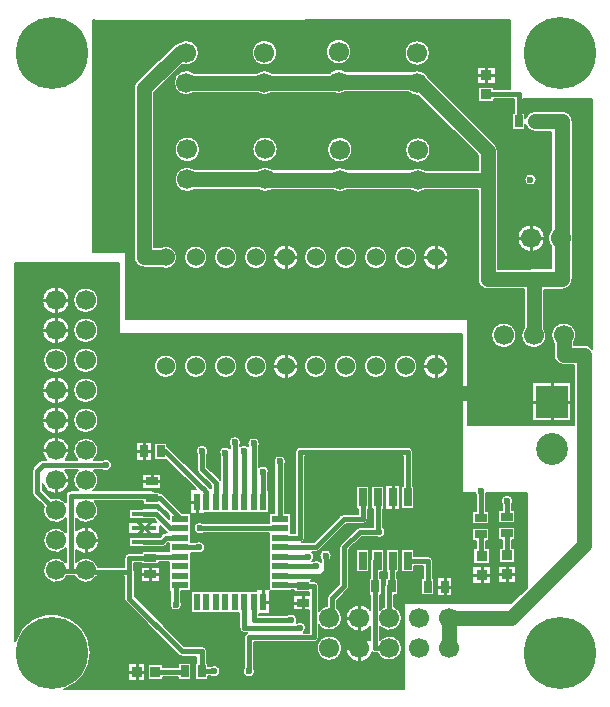
<source format=gtl>
G04 EasyPC Gerber Version 21.0.3 Build 4286 *
G04 #@! TF.Part,Single*
G04 #@! TF.FileFunction,Copper,L1,Top *
G04 #@! TF.FilePolarity,Positive *
%FSLAX45Y45*%
%MOIN*%
G04 #@! TA.AperFunction,SMDPad*
%ADD119R,0.02362X0.05807*%
%ADD73R,0.02559X0.03937*%
%ADD76R,0.02559X0.05906*%
%ADD78R,0.03346X0.03740*%
G04 #@! TA.AperFunction,ComponentPad*
%ADD80R,0.10630X0.10630*%
G04 #@! TD.AperFunction*
%ADD22C,0.00500*%
%ADD25C,0.01000*%
%ADD120C,0.01500*%
G04 #@! TA.AperFunction,ViaPad*
%ADD84C,0.02362*%
G04 #@! TD.AperFunction*
%ADD88C,0.05000*%
G04 #@! TA.AperFunction,ViaPad*
%ADD87C,0.05600*%
G04 #@! TA.AperFunction,ComponentPad*
%ADD79C,0.06000*%
%ADD77C,0.06693*%
%ADD81C,0.10630*%
G04 #@! TA.AperFunction,WasherPad*
%ADD27C,0.24016*%
G04 #@! TA.AperFunction,SMDPad*
%ADD75R,0.08268X0.01575*%
%ADD118R,0.05807X0.02362*%
%ADD74R,0.03937X0.02559*%
%ADD139R,0.03740X0.03346*%
X0Y0D02*
D02*
D22*
X26915Y100587D02*
X22819D01*
G75*
G02X19591Y92719I-3229J-3272*
G01*
G75*
G02X15203Y95946J4596*
G01*
Y94119*
X18065Y91257*
G75*
G02X22852Y90003I1526J-3941*
G01*
Y92140*
G75*
G02X24640Y93928I1787*
G01*
X27064*
G75*
G02X26915Y100587I2527J3388*
G01*
G36*
X22819*
G75*
G02X19591Y92719I-3229J-3272*
G01*
G75*
G02X15203Y95946J4596*
G01*
Y94119*
X18065Y91257*
G75*
G02X22852Y90003I1526J-3941*
G01*
Y92140*
G75*
G02X24640Y93928I1787*
G01*
X27064*
G75*
G02X26915Y100587I2527J3388*
G01*
G37*
X48750Y90353D02*
X32530D01*
G75*
G02X29591Y83089I-2939J-3037*
G01*
G75*
G02X26427Y84513J4226*
G01*
Y80650*
G75*
G02X34187Y77315I3163J-3335*
G01*
G75*
G02X26427Y73981I-4596*
G01*
Y70118*
G75*
G02X33638Y68532I3163J-2803*
G01*
X42486*
Y71508*
G75*
G02X44116Y73138I1630*
G01*
X48268*
Y73668*
X53965*
Y73662*
X57219*
Y76386*
X57076*
X56280Y75526*
G75*
G02X54967Y74953I-1312J1214*
G01*
X49103*
G75*
G02X48459Y75073J1787*
G01*
X44089*
Y78408*
X48459*
G75*
G02X49103Y78528I644J-1667*
G01*
X54187*
X54983Y79388*
G75*
G02X56297Y79961I1312J-1214*
G01*
X56557*
G75*
G02X56446Y80063I1159J1363*
G01*
X54486Y82035*
Y79428*
X43719*
Y83502*
X53058*
X52204Y84402*
X49103*
G75*
G02X48459Y84522J1787*
G01*
X44089*
Y87857*
X48459*
G75*
G02X49103Y87977I644J-1667*
G01*
X52970*
G75*
G02X53616Y87857I2J-1787*
G01*
X54116*
Y87562*
G75*
G02X54268Y87420I-1143J-1374*
G01*
X56251Y85331*
X57219Y84357*
Y85842*
X53826Y89235*
X48750*
Y90353*
G36*
X32530*
G75*
G02X29591Y83089I-2939J-3037*
G01*
G75*
G02X26427Y84513J4226*
G01*
Y80650*
G75*
G02X34187Y77315I3163J-3335*
G01*
G75*
G02X26427Y73981I-4596*
G01*
Y70118*
G75*
G02X33638Y68532I3163J-2803*
G01*
X42486*
Y71508*
G75*
G02X44116Y73138I1630*
G01*
X48268*
Y73668*
X53965*
Y73662*
X57219*
Y76386*
X57076*
X56280Y75526*
G75*
G02X54967Y74953I-1312J1214*
G01*
X49103*
G75*
G02X48459Y75073J1787*
G01*
X44089*
Y78408*
X48459*
G75*
G02X49103Y78528I644J-1667*
G01*
X54187*
X54983Y79388*
G75*
G02X56297Y79961I1312J-1214*
G01*
X56557*
G75*
G02X56446Y80063I1159J1363*
G01*
X54486Y82035*
Y79428*
X43719*
Y83502*
X53058*
X52204Y84402*
X49103*
G75*
G02X48459Y84522J1787*
G01*
X44089*
Y87857*
X48459*
G75*
G02X49103Y87977I644J-1667*
G01*
X52970*
G75*
G02X53616Y87857I2J-1787*
G01*
X54116*
Y87562*
G75*
G02X54268Y87420I-1143J-1374*
G01*
X56251Y85331*
X57219Y84357*
Y85842*
X53826Y89235*
X48750*
Y90353*
G37*
X64785Y73188D02*
Y60548D01*
X86281*
Y60918*
X90589*
Y79693*
X68841*
G75*
G02X65518Y81323I-1261J1630*
G01*
G75*
G02X68841Y82953I2061*
G01*
X90589*
Y86351*
X69096*
Y85981*
X64785*
Y76763*
X66298*
G75*
G02X69385Y74975I1026J-1787*
G01*
G75*
G02X66298Y73188I-2061*
G01*
X64785*
G36*
Y60548*
X86281*
Y60918*
X90589*
Y79693*
X68841*
G75*
G02X65518Y81323I-1261J1630*
G01*
G75*
G02X68841Y82953I2061*
G01*
X90589*
Y86351*
X69096*
Y85981*
X64785*
Y76763*
X66298*
G75*
G02X69385Y74975I1026J-1787*
G01*
G75*
G02X66298Y73188I-2061*
G01*
X64785*
G37*
X87192Y52611D02*
Y52469D01*
X96764*
G75*
G02X99816Y49818I1261J-1630*
G01*
G75*
G02X102307Y46544I1143J-1715*
G01*
X104004*
Y54014*
X98626*
Y59073*
X104004*
Y59935*
X98996*
Y60796*
X98156*
Y60365*
X91144*
Y52611*
X87192*
G36*
Y52469*
X96764*
G75*
G02X99816Y49818I1261J-1630*
G01*
G75*
G02X102307Y46544I1143J-1715*
G01*
X104004*
Y54014*
X98626*
Y59073*
X104004*
Y59935*
X98996*
Y60796*
X98156*
Y60365*
X91144*
Y52611*
X87192*
G37*
X176638Y93113D02*
X163206D01*
G75*
G02X162904Y92570I-1932J719*
G01*
Y86994*
X164122*
Y82676*
X158425*
Y86994*
X159644*
Y92570*
G75*
G02X159342Y93113I1630J1262*
G01*
X154915*
Y146154*
X40555*
Y169599*
X6104*
Y43850*
G75*
G02X31248Y39865I12256J-3986*
G01*
G75*
G02X22346Y27609I-12888J0*
G01*
X135683*
Y27680*
X135614*
Y56380*
X171494*
X176638Y61524*
Y93113*
X166884Y68870D02*
X173124D01*
Y63024*
X166884*
Y68870*
X167126Y81788D02*
X172823D01*
Y77469*
X171762*
Y74800*
X172754*
Y69693*
X167254*
Y74800*
X168187*
Y77469*
X167126*
Y81788*
X171604Y87339D02*
X172823D01*
Y83020*
X167126*
Y87339*
X168344*
Y89204*
G75*
G02X167913Y90465I1630J1261*
G01*
G75*
G02X172035I2061*
G01*
G75*
G02X171604Y89204I-2061*
G01*
Y87339*
X158409Y68733D02*
X164650D01*
Y62886*
X158409*
Y68733*
X162904Y74662D02*
X164280D01*
Y69556*
X158780*
Y74662*
X159644*
Y77124*
X158425*
Y81443*
X164122*
Y77124*
X162904*
Y74662*
X46500Y110180D02*
X51559D01*
Y103743*
X46500*
Y110180*
X48380Y99475D02*
X54817D01*
Y94416*
X48380*
Y99475*
X52325Y135317D02*
G75*
G02X60085I3880D01*
G01*
G75*
G02X52325I-3880*
G01*
X138553Y95528D02*
X139083D01*
Y87863*
X134764*
Y95528*
X135293*
Y105252*
X102687*
Y78174*
G75*
G02X101646Y76654I-1630*
G01*
X105517*
X114417Y85553*
G75*
G02X115570Y86032I1154J-1151*
G01*
X120293*
Y87863*
X119764*
Y95528*
X124083*
Y87863*
X123553*
Y84402*
G75*
G02X121923Y82772I-1630*
G01*
X116246*
X107346Y73873*
G75*
G02X106193Y73394I-1154J1151*
G01*
X105159*
G75*
G02Y70355I-1392J-1520*
G01*
X105189*
G75*
G02X107878Y70212I1261J-1630*
G01*
Y70968*
G75*
G02X107446Y72230I1630J1261*
G01*
G75*
G02X111569I2061*
G01*
G75*
G02X111137Y70968I-2061*
G01*
Y67079*
G75*
G02X110659Y65925I-1630*
G01*
X109157Y64424*
G75*
G02X108004Y63945I-1154J1151*
G01*
X104693*
Y63727*
X105634*
G75*
G02X107264Y62097J-1630*
G01*
Y53681*
G75*
G02X109929Y55491I3527J-2328*
G01*
Y57916*
G75*
G02X110408Y59070I1630*
G01*
X114152Y62813*
Y74924*
G75*
G02X114630Y76078I1630*
G01*
X119864Y81311*
G75*
G02X121018Y81790I1154J-1151*
G01*
X125293*
Y87863*
X124764*
Y95528*
X129083*
Y87863*
X128553*
Y81910*
G75*
G02X129526Y80160I-1089J-1750*
G01*
G75*
G02X126203Y78530I-2061*
G01*
X121693*
X117411Y74248*
Y62138*
G75*
G02X116933Y60984I-1630*
G01*
X113189Y57241*
Y54833*
G75*
G02X115017Y51353I-2398J-3480*
G01*
G75*
G02X107264Y49025I-4226*
G01*
Y44914*
G75*
G02X105634Y43284I-1630*
G01*
X85551*
Y34846*
G75*
G02X85982Y33585I-1630J-1261*
G01*
G75*
G02X81860I-2061*
G01*
G75*
G02X82291Y34846I2061*
G01*
Y44914*
G75*
G02X83446Y46473I1630*
G01*
X82413*
G75*
G02X80783Y48103J1630*
G01*
Y52981*
X64604*
Y60365*
X61358*
Y56904*
G75*
G02X61632Y55878I-1787J-1026*
G01*
G75*
G02X57510I-2061*
G01*
G75*
G02X57783Y56904I2061*
G01*
Y60365*
X57219*
Y70087*
X53965*
Y69349*
X48268*
Y69878*
X45746*
Y67635*
G75*
G02X45904Y66902I-1630J-733*
G01*
Y58628*
X62503Y42075*
X68193*
G75*
G02X69980Y40288J-1787*
G01*
Y36487*
X70352*
Y35267*
X71134*
G75*
G02X74457Y33637I1261J-1630*
G01*
G75*
G02X71134Y32007I-2061*
G01*
X70352*
Y30790*
X66033*
Y36487*
X66406*
Y38500*
X61764*
G75*
G02X60500Y39024I0J1787*
G01*
X42855Y56619*
G75*
G02X42329Y57886I1261J1267*
G01*
Y65272*
X33290*
G75*
G02X25784Y65479I-3700J2043*
G01*
X25373*
G75*
G02X23906I-733J1630*
G01*
X23397*
G75*
G02X15364Y67315I-3806J1837*
G01*
G75*
G02X22852Y70003I4226*
G01*
Y74628*
G75*
G02X15364Y77315I-3262J2687*
G01*
G75*
G02X22852Y80003I4226*
G01*
Y84628*
G75*
G02X15589Y88676I-3262J2687*
G01*
X12152Y92115*
G75*
G02X11628Y93378I1264J1264*
G01*
Y100393*
G75*
G02Y100395I654J1*
G01*
G75*
G02Y100396I663J0*
G01*
G75*
G02X12151Y101659I1787*
G01*
X14129Y103638*
G75*
G02X15396Y104162I1264J-1264*
G01*
X16246*
G75*
G02X19591Y111912I3344J3154*
G01*
G75*
G02X22935Y104162J-4596*
G01*
X26777*
G75*
G02X29591Y111542I2814J3154*
G01*
G75*
G02X32404Y104162J-4226*
G01*
X35238*
G75*
G02X38325Y102374I1026J-1787*
G01*
G75*
G02X35238Y100587I-2061*
G01*
X32266*
G75*
G02X32117Y93928I-2676J-3272*
G01*
X51599*
G75*
G02X52693Y93554J-1787*
G01*
X54447*
Y93163*
G75*
G02X55461Y92655I-252J-1770*
G01*
X61582Y86534*
X64234*
Y94288*
X66307*
X56482Y104113*
X52421*
Y109809*
X56740*
Y108652*
G75*
G02X57428Y108223I-578J-1691*
G01*
X69691Y95959*
X71017Y94750*
G75*
G02X71175Y94586I-1206J-1320*
G01*
Y95826*
X67086Y99870*
G75*
G02X66553Y101143I1255J1273*
G01*
Y106073*
G75*
G02X66280Y107099I1787J1026*
G01*
G75*
G02X70402I2061*
G01*
G75*
G02X70128Y106073I-2061*
G01*
Y101889*
X73748Y98309*
G75*
G02X73758Y98299I-1301J-1261*
G01*
X74226Y97830*
G75*
G02X74483Y97505I-1264J-1265*
G01*
Y105306*
G75*
G02X77633Y107959I1630J1261*
G01*
Y108692*
G75*
G02X77202Y109953I1630J1261*
G01*
G75*
G02X81324I2061*
G01*
G75*
G02X80893Y108692I-2061*
G01*
Y108639*
G75*
G02X83737Y108621I1413J-1500*
G01*
G75*
G02X83501Y109579I1825J958*
G01*
G75*
G02X87623I2061*
G01*
G75*
G02X87192Y108318I-2061*
G01*
Y101793*
G75*
G02X90176Y98977I1354J-1554*
G01*
Y93918*
X90774*
Y86534*
X92500*
Y102569*
G75*
G02X92226Y103595I1787J1026*
G01*
G75*
G02X96348I2061*
G01*
G75*
G02X96074Y102569I-2061*
G01*
Y86534*
X98156*
Y79804*
X99427*
Y106882*
G75*
G02X101057Y108512I1630*
G01*
X136923*
G75*
G02X138553Y106882J-1630*
G01*
Y95528*
X129394Y95898D02*
X134453D01*
Y87493*
X129394*
Y95898*
X132421Y55253D02*
G75*
G02X135017Y51353I-1630J-3900D01*
G01*
G75*
G02X127677Y48495I-4226*
G01*
Y44211*
G75*
G02X135017Y41353I3114J-2858*
G01*
G75*
G02X126891Y39723I-4226*
G01*
X126047*
G75*
G02X125176Y39976J1630*
G01*
G75*
G02X116194Y41353I-4385J1378*
G01*
G75*
G02X124417Y44178I4596*
G01*
Y48529*
G75*
G02X116194Y51353I-3626J2824*
G01*
G75*
G02X124417Y54178I4596*
G01*
Y59132*
X123888*
Y64829*
X124417*
Y70435*
G75*
G02X124764Y71440I1630*
G01*
Y74268*
X129083*
Y66603*
X127677*
Y64829*
X128207*
Y59132*
X127677*
Y54211*
G75*
G02X129161Y55253I3114J-2858*
G01*
Y61981*
G75*
G02X129439Y62891I1630*
G01*
Y64829*
X129969*
Y66603*
X129764*
Y74268*
X134083*
Y66603*
X133228*
Y64829*
X133758*
Y59132*
X132421*
Y55253*
X145276Y64750D02*
X145805D01*
Y59054*
X141486*
Y64750*
X142016*
Y68806*
X139083*
Y66603*
X134764*
Y74268*
X139083*
Y72065*
X143646*
G75*
G02X145276Y70435J-1630*
G01*
Y64750*
X119764Y74268D02*
X124083D01*
Y66603*
X119764*
Y74268*
X106565Y41353D02*
G75*
G02X115017I4226D01*
G01*
G75*
G02X106565I-4226*
G01*
X47898Y68487D02*
X54335D01*
Y63428*
X47898*
Y68487*
X43587Y36536D02*
X49433D01*
Y30296*
X43587*
Y36536*
X60482Y36487D02*
X64801D01*
Y30790*
X60482*
Y31786*
X55362*
Y30666*
X50256*
Y36166*
X55362*
Y35046*
X60482*
Y36487*
X62325Y135317D02*
G75*
G02X70085I3880D01*
G01*
G75*
G02X62325I-3880*
G01*
X72325D02*
G75*
G02X80085I3880D01*
G01*
G75*
G02X72325I-3880*
G01*
X82325D02*
G75*
G02X90085I3880D01*
G01*
G75*
G02X82325I-3880*
G01*
X91955D02*
G75*
G02X100455I4250D01*
G01*
G75*
G02X91955I-4250*
G01*
X102325D02*
G75*
G02X110085I3880D01*
G01*
G75*
G02X102325I-3880*
G01*
X112325D02*
G75*
G02X120085I3880D01*
G01*
G75*
G02X112325I-3880*
G01*
X122325D02*
G75*
G02X130085I3880D01*
G01*
G75*
G02X122325I-3880*
G01*
X132325D02*
G75*
G02X140085I3880D01*
G01*
G75*
G02X132325I-3880*
G01*
X141955D02*
G75*
G02X150455I4250D01*
G01*
G75*
G02X141955I-4250*
G01*
X146667Y65120D02*
X151726D01*
Y58683*
X146667*
Y65120*
X14994Y117315D02*
G75*
G02X24187I4596D01*
G01*
G75*
G02X14994I-4596*
G01*
Y127315D02*
G75*
G02X24187I4596D01*
G01*
G75*
G02X14994I-4596*
G01*
Y147315D02*
G75*
G02X24187I4596D01*
G01*
G75*
G02X14994I-4596*
G01*
X15364Y137315D02*
G75*
G02X23817I4226D01*
G01*
G75*
G02X15364I-4226*
G01*
X14994Y157315D02*
G75*
G02X24187I4596D01*
G01*
G75*
G02X14994I-4596*
G01*
X25364Y117315D02*
G75*
G02X33817I4226D01*
G01*
G75*
G02X25364I-4226*
G01*
Y127315D02*
G75*
G02X33817I4226D01*
G01*
G75*
G02X25364I-4226*
G01*
Y137315D02*
G75*
G02X33817I4226D01*
G01*
G75*
G02X25364I-4226*
G01*
Y147315D02*
G75*
G02X33817I4226D01*
G01*
G75*
G02X25364I-4226*
G01*
Y157315D02*
G75*
G02X33817I4226D01*
G01*
G75*
G02X25364I-4226*
G01*
X135614Y33416D02*
G36*
X85975D01*
G75*
G02X81867I-2054J169*
G01*
X74445*
G75*
G02X71134Y32007I-2049J221*
G01*
X70352*
Y30790*
X66033*
Y33416*
X64801*
Y30790*
X60482*
Y31786*
X55362*
Y30666*
X50256*
Y33416*
X49433*
Y30296*
X43587*
Y33416*
X29519*
G75*
G02X23046Y27859I-11159J6449*
G01*
X135614*
Y33416*
G37*
X66033D02*
G36*
Y36487D01*
X66406*
Y38500*
X61764*
G75*
G02X60500Y39024I1J1789*
G01*
X58164Y41353*
X31162*
G75*
G02X31248Y39865I-12803J-1488*
G01*
G75*
G02X29519Y33416I-12888*
G01*
X43587*
Y36536*
X49433*
Y33416*
X50256*
Y36166*
X55362*
Y35046*
X60482*
Y36487*
X64801*
Y33416*
X66033*
G37*
X81867D02*
G36*
G75*
G02X81860Y33585I2054J171D01*
G01*
G75*
G02Y33586I2374J0*
G01*
G75*
G02X82291Y34846I2059*
G01*
Y41353*
X69628*
G75*
G02X69980Y40288I-1435J-1066*
G01*
Y36487*
X70352*
Y35267*
X71134*
G75*
G02X74457Y33637I1261J-1630*
G01*
G75*
G02X74445Y33416I-2063J-1*
G01*
X81867*
G37*
X135614Y41353D02*
G36*
X135017D01*
G75*
G02X126891Y39723I-4226J0*
G01*
X126047*
G75*
G02X125176Y39976I-1J1626*
G01*
G75*
G02X116194Y41353I-4385J1378*
G01*
X115017*
G75*
G02X106565I-4226*
G01*
X85551*
Y34846*
G75*
G02X85982Y33586I-1628J-1261*
G01*
G75*
G02Y33585I-2374J0*
G01*
G75*
G02X85975Y33416I-2061J2*
G01*
X135614*
Y41353*
G37*
X58164D02*
G36*
X42855Y56619D01*
G75*
G02X42329Y57885I1260J1266*
G01*
G75*
G02Y57886I1961J0*
G01*
Y61902*
X6354*
Y44550*
G75*
G02X31162Y41353I12006J-4685*
G01*
X58164*
G37*
X57219Y61902D02*
G36*
X45904D01*
Y58628*
X62503Y42075*
X68193*
G75*
G02X69628Y41353I0J-1788*
G01*
X82291*
Y44914*
G75*
G02X83446Y46473I1630*
G01*
X82413*
G75*
G02X80783Y48103J1630*
G01*
Y52981*
X64604*
Y60365*
X61358*
Y56904*
G75*
G02X61632Y55878I-1788J-1026*
G01*
G75*
G02X57510I-2061*
G01*
G75*
G02X57783Y56904I2062J0*
G01*
Y60365*
X57219*
Y61902*
G37*
X113240D02*
G36*
X107264D01*
Y53681*
G75*
G02X109929Y55491I3526J-2328*
G01*
Y57916*
Y57916*
G75*
G02X110408Y59070I1629*
G01*
X113240Y61902*
G37*
X129161D02*
G36*
X128207D01*
Y59132*
X127677*
Y54211*
G75*
G02X129161Y55253I3118J-2864*
G01*
Y61902*
G37*
X116194Y41353D02*
G36*
G75*
G02X124417Y44178I4596D01*
G01*
Y48529*
G75*
G02X116194Y51353I-3626J2824*
G01*
G75*
G02X124417Y54178I4596*
G01*
Y59132*
X123888*
Y61902*
X117394*
G75*
G02X116933Y60984I-1612J235*
G01*
X113189Y57241*
Y54833*
G75*
G02X115017Y51353I-2399J-3481*
G01*
G75*
G02X107264Y49025I-4226J0*
G01*
Y44914*
G75*
G02X105634Y43284I-1630*
G01*
X85551*
Y41353*
X106565*
G75*
G02X115017I4226*
G01*
X116194*
G37*
X176388Y61274D02*
G36*
Y61902D01*
X151726*
Y58683*
X146667*
Y61902*
X145805*
Y59054*
X141486*
Y61902*
X133758*
Y59132*
X132421*
Y55253*
G75*
G02X135017Y51353I-1631J-3900*
G01*
Y51353*
G75*
G02X127677Y48495I-4226*
G01*
Y44211*
G75*
G02X135017Y41354I3114J-2857*
G01*
Y41353*
X135614*
Y56380*
X171494*
X176388Y61274*
G37*
X15592Y65947D02*
G36*
X6354D01*
Y61902*
X42329*
Y65272*
X33290*
G75*
G02X25784Y65479I-3700J2043*
G01*
X25373*
G75*
G02X23906I-733J1630*
G01*
X23397*
G75*
G02X15592Y65947I-3806J1837*
G01*
G37*
X57219D02*
G36*
X54335D01*
Y63428*
X47898*
Y65947*
X45904*
Y61902*
X57219*
Y65947*
G37*
X114152D02*
G36*
X110680D01*
G75*
G02X110659Y65925I-1173J1130*
G01*
X109157Y64424*
G75*
G02X108004Y63945I-1154J1150*
G01*
X104693*
Y63727*
X105634*
G75*
G02X107264Y62097J-1630*
G01*
Y61902*
X113240*
X114152Y62813*
Y65947*
G37*
X123888Y61902D02*
G36*
Y64829D01*
X124417*
Y65947*
X117411*
Y62138*
Y62138*
G75*
G02X117394Y61902I-1630J1*
G01*
X123888*
G37*
X129161D02*
G36*
Y61981D01*
G75*
G02Y61982I1471J1*
G01*
G75*
G02X129439Y62891I1625*
G01*
Y64829*
X129969*
Y65947*
X127677*
Y64829*
X128207*
Y61902*
X129161*
G37*
X141486D02*
G36*
Y64750D01*
X142016*
Y65947*
X133228*
Y64829*
X133758*
Y61902*
X141486*
G37*
X173124Y65947D02*
G36*
Y63024D01*
X166884*
Y65947*
X164650*
Y62886*
X158409*
Y65947*
X145276*
Y64750*
X145805*
Y61902*
X146667*
Y65120*
X151726*
Y61902*
X176388*
Y65947*
X173124*
G37*
X15592D02*
G36*
G75*
G02X15364Y67315I3999J1368D01*
G01*
G75*
G02X16740Y70435I4226*
G01*
X6354*
Y65947*
X15592*
G37*
X22852Y70435D02*
G36*
X22441D01*
G75*
G02X22852Y70003I-2851J-3120*
G01*
Y70435*
G37*
X57219Y65947D02*
G36*
Y70087D01*
X53965*
Y69349*
X48268*
Y69878*
X45746*
Y67635*
G75*
G02X45904Y66903I-1626J-733*
G01*
G75*
G02Y66902I-2148J0*
G01*
Y65947*
X47898*
Y68487*
X54335*
Y65947*
X57219*
G37*
X105301Y70435D02*
G36*
X105242D01*
G75*
G02X105159Y70355I-1475J1442*
G01*
X105189*
G75*
G02X105301Y70435I1261J-1630*
G01*
G37*
X107878D02*
G36*
X107600D01*
G75*
G02X107878Y70212I-1150J-1711*
G01*
Y70435*
G37*
X114152D02*
G36*
X111137D01*
Y67079*
Y67079*
G75*
G02X110680Y65947I-1629*
G01*
X114152*
Y70435*
G37*
X124417D02*
G36*
X124083D01*
Y66603*
X119764*
Y70435*
X117411*
Y65947*
X124417*
Y70435*
G37*
X129764D02*
G36*
X129083D01*
Y66603*
X127677*
Y65947*
X129969*
Y66603*
X129764*
Y70435*
G37*
X134764D02*
G36*
X134083D01*
Y66603*
X133228*
Y65947*
X142016*
Y68806*
X139083*
Y66603*
X134764*
Y70435*
G37*
X172754D02*
G36*
Y69693D01*
X167254*
Y70435*
X164280*
Y69556*
X158780*
Y70435*
X145276*
Y65947*
X158409*
Y68733*
X164650*
Y65947*
X166884*
Y68870*
X173124*
Y65947*
X176388*
Y70435*
X172754*
G37*
X15669Y75741D02*
G36*
X6354D01*
Y70435*
X16740*
G75*
G02X22441I2851J-3120*
G01*
X22852*
Y74628*
G75*
G02X15669Y75741I-3262J2687*
G01*
G37*
X114371D02*
G36*
X109214D01*
X107346Y73873*
G75*
G02X106193Y73394I-1154J1150*
G01*
X105159*
G75*
G02X105828Y71874I-1392J-1520*
G01*
G75*
G02X105242Y70435I-2061J0*
G01*
X105301*
G75*
G02X107600I1150J-1710*
G01*
X107878*
Y70968*
G75*
G02X107446Y72229I1628J1261*
G01*
G75*
G02Y72230I2374J0*
G01*
G75*
G02X111569I2061*
G01*
G75*
G02Y72229I-2374J0*
G01*
G75*
G02X111137Y70968I-2059*
G01*
Y70435*
X114152*
Y74924*
Y74924*
G75*
G02X114371Y75741I1629J0*
G01*
G37*
X158780Y70435D02*
G36*
Y74662D01*
X159644*
Y75741*
X118904*
X117411Y74248*
Y70435*
X119764*
Y74268*
X124083*
Y70435*
X124417*
G75*
G02Y70436I2148J0*
G01*
G75*
G02X124764Y71440I1628*
G01*
Y74268*
X129083*
Y70435*
X129764*
Y74268*
X134083*
Y70435*
X134764*
Y74268*
X139083*
Y72065*
X143646*
G75*
G02X145276Y70435J-1630*
G01*
X158780*
G37*
X167254D02*
G36*
Y74800D01*
X168187*
Y75741*
X162904*
Y74662*
X164280*
Y70435*
X167254*
G37*
X172754D02*
G36*
X176388D01*
Y75741*
X171762*
Y74800*
X172754*
Y70435*
G37*
X15669Y75741D02*
G36*
G75*
G02X15364Y77315I3922J1575D01*
G01*
G75*
G02X22852Y80003I4226*
G01*
Y84628*
G75*
G02X15364Y87315I-3262J2687*
G01*
G75*
G02X15389Y87773I4226J0*
G01*
X6354*
Y75741*
X15669*
G37*
X64234Y87773D02*
G36*
X60343D01*
X61582Y86534*
X64234*
Y87773*
G37*
X92500D02*
G36*
X90774D01*
Y86534*
X92500*
Y87773*
G37*
X99427D02*
G36*
X96074D01*
Y86534*
X98156*
Y79804*
X99427*
Y87773*
G37*
X120293D02*
G36*
X102687D01*
Y78174*
G75*
G02X101646Y76654I-1630*
G01*
X105517*
X114417Y85553*
G75*
G02X115570Y86032I1154J-1150*
G01*
X120293*
Y87773*
G37*
X125293D02*
G36*
X123553D01*
Y84402*
G75*
G02X121923Y82772I-1630*
G01*
X116246*
X109214Y75741*
X114371*
G75*
G02X114630Y76078I1410J-817*
G01*
X119864Y81311*
G75*
G02X121018Y81790I1154J-1150*
G01*
X125293*
Y87773*
G37*
X171762Y75741D02*
G36*
X176388D01*
Y87773*
X171604*
Y87339*
X172823*
Y83020*
X167126*
Y87339*
X168344*
Y87773*
X162904*
Y86994*
X164122*
Y82676*
X158425*
Y86994*
X159644*
Y87773*
X134453*
Y87493*
X129394*
Y87773*
X128553*
Y81910*
G75*
G02X129526Y80160I-1088J-1750*
G01*
Y80160*
G75*
G02X126203Y78530I-2061*
G01*
X121693*
X118904Y75741*
X159644*
Y77124*
X158425*
Y81443*
X164122*
Y77124*
X162904*
Y75741*
X168187*
Y77469*
X167126*
Y81788*
X172823*
Y77469*
X171762*
Y75741*
G37*
X15389Y87773D02*
G36*
G75*
G02X15589Y88676I4202J-458D01*
G01*
X12152Y92115*
G75*
G02X11628Y93378I1265J1265*
G01*
Y96945*
X6354*
Y87773*
X15389*
G37*
X70044Y96945D02*
G36*
X68705D01*
X69691Y95959*
X71017Y94750*
G75*
G02X71175Y94586I-1257J-1370*
G01*
Y95826*
X70044Y96945*
G37*
X64234Y87773D02*
G36*
Y94288D01*
X66307*
X63649Y96945*
X54817*
Y94416*
X48380*
Y96945*
X33800*
G75*
G02X32117Y93928I-4210J370*
G01*
X51599*
G75*
G02X52693Y93554I0J-1788*
G01*
X54447*
Y93163*
G75*
G02X55461Y92655I-251J-1768*
G01*
X60343Y87773*
X64234*
G37*
X92500Y96945D02*
G36*
X90176D01*
Y93918*
X90774*
Y87773*
X92500*
Y96945*
G37*
X99427D02*
G36*
X96074D01*
Y87773*
X99427*
Y96945*
G37*
X154915D02*
G36*
X138553D01*
Y95528*
X139083*
Y87863*
X134764*
Y95528*
X135293*
Y96945*
X102687*
Y87773*
X120293*
Y87863*
X119764*
Y95528*
X124083*
Y87863*
X123553*
Y87773*
X125293*
Y87863*
X124764*
Y95528*
X129083*
Y87863*
X128553*
Y87773*
X129394*
Y95898*
X134453*
Y87773*
X159644*
Y92570*
G75*
G02X159342Y93113I1617J1255*
G01*
X154915*
Y96945*
G37*
X176388Y93113D02*
G36*
X163206D01*
G75*
G02X162904Y92570I-1919J712*
G01*
Y87773*
X168344*
Y89204*
G75*
G02X167913Y90464I1628J1261*
G01*
G75*
G02Y90465I2374J0*
G01*
G75*
G02X172035I2061*
G01*
G75*
G02Y90464I-2374J0*
G01*
G75*
G02X171604Y89204I-2059*
G01*
Y87773*
X176388*
Y93113*
G37*
X11628Y96945D02*
G36*
Y100393D01*
Y100395*
Y100396*
G75*
G02X12151Y101659I1786J1*
G01*
X14129Y103638*
G75*
G02X15396Y104162I1264J-1264*
G01*
X16246*
G75*
G02X15008Y106961I3344J3153*
G01*
X6354*
Y96945*
X11628*
G37*
X25379Y106961D02*
G36*
X24173D01*
G75*
G02X22935Y104162I-4583J354*
G01*
X26777*
G75*
G02X25379Y106961I2814J3154*
G01*
G37*
X63649Y96945D02*
G36*
X56482Y104113D01*
X52421*
Y106961*
X51559*
Y103743*
X46500*
Y106961*
X33802*
G75*
G02X32404Y104162I-4211J354*
G01*
X35238*
G75*
G02X38325Y102374I1026J-1788*
G01*
G75*
G02X35238Y100587I-2061J0*
G01*
X32266*
G75*
G02X33817Y97315I-2676J-3272*
G01*
G75*
G02X33800Y96945I-4226J4*
G01*
X48380*
Y99475*
X54817*
Y96945*
X63649*
G37*
X74091Y106961D02*
G36*
X70397D01*
G75*
G02X70128Y106073I-2057J138*
G01*
Y101889*
X73748Y98309*
G75*
G03X73758Y98299I133J118*
G01*
X74226Y97830*
G75*
G02X74483Y97505I-1266J-1266*
G01*
Y105306*
G75*
G02X74052Y106567I1630J1261*
G01*
G75*
G02X74091Y106961I2061J-1*
G01*
G37*
X70044Y96945D02*
G36*
X67086Y99870D01*
G75*
G02X66553Y101143I1256J1273*
G01*
Y106073*
G75*
G02X66284Y106961I1788J1026*
G01*
X58689*
X68705Y96945*
X70044*
G37*
X99429Y106961D02*
G36*
X87192D01*
Y101793*
G75*
G02X90607Y100239I1354J-1554*
G01*
G75*
G02X90176Y98977I-2061*
G01*
Y96945*
X92500*
Y102569*
G75*
G02X92226Y103595I1788J1026*
G01*
G75*
G02X96348I2061*
G01*
G75*
G02X96074Y102569I-2062J0*
G01*
Y96945*
X99427*
Y106882*
G75*
G02X99429Y106961I1631J-1*
G01*
G37*
X135293Y96945D02*
G36*
Y105252D01*
X102687*
Y96945*
X135293*
G37*
X154915Y106961D02*
G36*
X138551D01*
G75*
G02X138553Y106882I-1629J-80*
G01*
Y96945*
X154915*
Y106961*
G37*
Y117315D02*
G36*
X33817D01*
G75*
G02X25364I-4226*
G01*
X24187*
G75*
G02X14994I-4596*
G01*
X6354*
Y106961*
X15008*
G75*
G02X14994Y107315I4583J356*
G01*
G75*
G02X19591Y111912I4596*
G01*
G75*
G02X24187Y107315J-4596*
G01*
G75*
G02X24173Y106961I-4597J1*
G01*
X25379*
G75*
G02X25364Y107315I4212J355*
G01*
G75*
G02X29591Y111542I4226*
G01*
G75*
G02X33817Y107315J-4226*
G01*
G75*
G02X33802Y106961I-4227J1*
G01*
X46500*
Y110180*
X51559*
Y106961*
X52421*
Y109809*
X56740*
Y108652*
G75*
G02X57428Y108223I-578J-1691*
G01*
X58689Y106961*
X66284*
G75*
G02X66280Y107099I2058J139*
G01*
G75*
G02X70402I2061*
G01*
G75*
G02X70397Y106961I-2063J2*
G01*
X74091*
G75*
G02X77633Y107959I2023J-394*
G01*
Y108692*
G75*
G02X77202Y109952I1628J1261*
G01*
G75*
G02Y109953I2374J0*
G01*
G75*
G02X81324I2061*
G01*
G75*
G02Y109952I-2374J0*
G01*
G75*
G02X80893Y108692I-2059*
G01*
Y108639*
G75*
G02X83737Y108621I1413J-1500*
G01*
G75*
G02X83501Y109579I1824J958*
G01*
Y109579*
G75*
G02X87623I2061*
G01*
G75*
G02Y109578I-2374J0*
G01*
G75*
G02X87192Y108318I-2059*
G01*
Y106961*
X99429*
G75*
G02X101057Y108512I1628J-79*
G01*
X136923*
G75*
G02X138551Y106961I0J-1630*
G01*
X154915*
Y117315*
G37*
Y127315D02*
G36*
X33817D01*
G75*
G02X25364I-4226*
G01*
X24187*
G75*
G02X14994I-4596*
G01*
X6354*
Y117315*
X14994*
G75*
G02X24187I4596*
G01*
X25364*
G75*
G02X33817I4226*
G01*
X154915*
Y127315*
G37*
Y135317D02*
G36*
X150455D01*
G75*
G02X141955I-4250*
G01*
X140085*
G75*
G02X132325I-3880*
G01*
X130085*
G75*
G02X122325I-3880*
G01*
X120085*
G75*
G02X112325I-3880*
G01*
X110085*
G75*
G02X102325I-3880*
G01*
X100455*
G75*
G02X91955I-4250*
G01*
X90085*
G75*
G02X82325I-3880*
G01*
X80085*
G75*
G02X72325I-3880*
G01*
X70085*
G75*
G02X62325I-3880*
G01*
X60085*
G75*
G02X52325I-3880*
G01*
X33315*
G75*
G02X25866I-3724J1998*
G01*
X23315*
G75*
G02X15866I-3724J1998*
G01*
X6354*
Y127315*
X14994*
G75*
G02X24187I4596*
G01*
X25364*
G75*
G02X33817I4226*
G01*
X154915*
Y135317*
G37*
X40555Y147315D02*
G36*
X33817D01*
G75*
G02X25364I-4226*
G01*
X24187*
G75*
G02X14994I-4596*
G01*
X6354*
Y135317*
X15866*
G75*
G02X15364Y137315I3724J1998*
G01*
G75*
G02X23817I4226*
G01*
G75*
G02X23315Y135317I-4226J0*
G01*
X25866*
G75*
G02X25364Y137315I3724J1998*
G01*
G75*
G02X33817I4226*
G01*
G75*
G02X33315Y135317I-4226J0*
G01*
X52325*
G75*
G02X60085I3880*
G01*
X62325*
G75*
G02X70085I3880*
G01*
X72325*
G75*
G02X80085I3880*
G01*
X82325*
G75*
G02X90085I3880*
G01*
X91955*
G75*
G02X100455I4250*
G01*
X102325*
G75*
G02X110085I3880*
G01*
X112325*
G75*
G02X120085I3880*
G01*
X122325*
G75*
G02X130085I3880*
G01*
X132325*
G75*
G02X140085I3880*
G01*
X141955*
G75*
G02X150455I4250*
G01*
X154915*
Y146154*
X40555*
Y147315*
G37*
Y157315D02*
G36*
X33817D01*
G75*
G02X25364I-4226*
G01*
X24187*
G75*
G02X14994I-4596*
G01*
X6354*
Y147315*
X14994*
G75*
G02X24187I4596*
G01*
X25364*
G75*
G02X33817I4226*
G01*
X40555*
Y157315*
G37*
Y169349D02*
G36*
X6354D01*
Y157315*
X14994*
G75*
G02X24187I4596*
G01*
X25364*
G75*
G02X33817I4226*
G01*
X40555*
Y169349*
G37*
X198370Y224491D02*
X175502D01*
Y219790*
X176031*
Y217946*
G75*
G02X177264Y219743I3392J-1005*
G01*
Y219790*
X177326*
G75*
G02X179423Y220479I2098J-2849*
G01*
X188301*
G75*
G02X191839Y216941J-3537*
G01*
Y179525*
G75*
G02Y176523I-3951J-1501*
G01*
Y164382*
G75*
G02X188301Y160845I-3537*
G01*
X182311*
Y148160*
G75*
G02X183157Y145622I-3380J-2537*
G01*
G75*
G02X174705I-4226*
G01*
G75*
G02X175551Y148160I4226*
G01*
Y160983*
X163562*
G75*
G02X160182Y164363J3380*
G01*
Y194014*
X142797*
G75*
G02X137767Y193981I-2537J3380*
G01*
X116569*
G75*
G02X111943I-2313J3538*
G01*
X91444*
G75*
G02X87089Y194063I-2109J3663*
G01*
X65742*
G75*
G02X59203Y197600I-2313J3537*
G01*
G75*
G02X65742Y201138I4227J0*
G01*
X86957*
G75*
G02X91828Y201056I2378J-3494*
G01*
X111943*
G75*
G02X116569I2313J-3538*
G01*
X138150*
G75*
G02X142797Y200774I2109J-3662*
G01*
X160182*
Y205620*
X140296Y225506*
G75*
G02X140075Y225500I-223J4219*
G01*
G75*
G02X136983Y226846J4226*
G01*
X116400*
G75*
G02X111921Y226471I-2537J3380*
G01*
X91693*
G75*
G02X86618I-2537J3380*
G01*
X65671*
G75*
G02X58907Y229851I-2537J3380*
G01*
G75*
G02X65671Y233231I4226*
G01*
X86618*
G75*
G02X91693I2537J-3380*
G01*
X110891*
G75*
G02X116400Y233606I2971J-3006*
G01*
X138398*
G75*
G02X143952Y231410I1678J-3879*
G01*
X165950Y209412*
G75*
G02X166942Y207020I-2388J-2392*
G01*
Y167743*
X176822*
G75*
G02X177927Y167920I1106J-3361*
G01*
X184764*
Y175178*
G75*
G02Y180870I3124J2846*
G01*
Y213404*
X179423*
G75*
G02X177326Y214093J3538*
G01*
X177264*
Y214140*
G75*
G02X176031Y215937I2159J2802*
G01*
Y214093*
X171713*
Y219790*
X172242*
Y224376*
X165815*
Y223453*
X160315*
Y228559*
X165815*
Y227636*
X170919*
Y250790*
X33124Y250504*
X31982Y250790*
Y173309*
X43134*
Y151016*
X156913*
Y115829*
X192264*
Y135786*
X188931*
G75*
G02X185551Y139166J3380*
G01*
Y143085*
G75*
G02X184705Y145622I3380J2537*
G01*
G75*
G02X193157I4226*
G01*
G75*
G02X192311Y143085I-4226*
G01*
Y142546*
X195644*
G75*
G02X198370Y141163J-3380*
G01*
Y224491*
X178341Y130061D02*
X191470D01*
Y116931*
X178341*
Y130061*
X164705Y145622D02*
G75*
G02X173157I4226D01*
G01*
G75*
G02X164705I-4226*
G01*
X141955Y171617D02*
G75*
G02X150455I4250D01*
G01*
G75*
G02X141955I-4250*
G01*
X122325D02*
G75*
G02X130085I3880D01*
G01*
G75*
G02X122325I-3880*
G01*
X132325D02*
G75*
G02X140085I3880D01*
G01*
G75*
G02X132325I-3880*
G01*
X112325D02*
G75*
G02X120085I3880D01*
G01*
G75*
G02X112325I-3880*
G01*
X91955D02*
G75*
G02X100455I4250D01*
G01*
G75*
G02X91955I-4250*
G01*
X102325D02*
G75*
G02X110085I3880D01*
G01*
G75*
G02X102325I-3880*
G01*
X72325D02*
G75*
G02X80085I3880D01*
G01*
G75*
G02X72325I-3880*
G01*
X82325D02*
G75*
G02X90085I3880D01*
G01*
G75*
G02X82325I-3880*
G01*
X62325D02*
G75*
G02X70085I3880D01*
G01*
G75*
G02X62325I-3880*
G01*
X136033Y207394D02*
G75*
G02X144486I4226D01*
G01*
G75*
G02X136033I-4226*
G01*
X110030Y207519D02*
G75*
G02X118482I4226D01*
G01*
G75*
G02X110030I-4226*
G01*
X85108Y207644D02*
G75*
G02X93561I4226D01*
G01*
G75*
G02X85108I-4226*
G01*
X59203Y207600D02*
G75*
G02X67656I4226D01*
G01*
G75*
G02X59203I-4226*
G01*
X173449Y178024D02*
G75*
G02X182642I4596D01*
G01*
G75*
G02X173449I-4596*
G01*
X175748Y197542D02*
G75*
G02X179870I2061D01*
G01*
G75*
G02X175748I-2061*
G01*
X60574Y243215D02*
G75*
G02X67360Y239851I2559J-3363D01*
G01*
G75*
G02X61721Y235868I-4226*
G01*
X52370Y226516*
Y174996*
X54300*
G75*
G02X60085Y171617I1905J-3380*
G01*
G75*
G02X54300Y168237I-3880*
G01*
X48990*
G75*
G02X45610Y171617J3380*
G01*
Y227916*
G75*
G02X46602Y230307I3380*
G01*
X58534Y242241*
G75*
G02X60574Y243215I2392J-2388*
G01*
X84929Y239851D02*
G75*
G02X93382I4226D01*
G01*
G75*
G02X84929I-4226*
G01*
X109636Y240226D02*
G75*
G02X118089I4226D01*
G01*
G75*
G02X109636I-4226*
G01*
X135849Y239726D02*
G75*
G02X144302I4226D01*
G01*
G75*
G02X135849I-4226*
G01*
X159945Y235229D02*
X166185D01*
Y229382*
X159945*
Y235229*
X192264Y123496D02*
G36*
X191470D01*
Y116931*
X178341*
Y123496*
X156913*
Y116079*
X192264*
Y123496*
G37*
G36*
Y135786*
X188931*
G75*
G02X185551Y139166J3380*
G01*
Y143085*
G75*
G02X184705Y145622I3382J2538*
G01*
X183157*
G75*
G02X174705I-4226*
G01*
X173157*
G75*
G02X164705I-4226*
G01*
X156913*
Y123496*
X178341*
Y130061*
X191470*
Y123496*
X192264*
G37*
X198120Y141466D02*
G36*
Y145622D01*
X193157*
G75*
G02X192311Y143085I-4229J1*
G01*
Y142546*
X195644*
G75*
G02X198120Y141466J-3380*
G01*
G37*
X174705Y145622D02*
G36*
G75*
G02X175551Y148160I4229J-1D01*
G01*
Y160983*
X163562*
G75*
G02X160182Y164363J3380*
G01*
Y171617*
X150455*
G75*
G02X141955I-4250*
G01*
X140085*
G75*
G02X132325I-3880*
G01*
X130085*
G75*
G02X122325I-3880*
G01*
X120085*
G75*
G02X112325I-3880*
G01*
X110085*
G75*
G02X102325I-3880*
G01*
X100455*
G75*
G02X91955I-4250*
G01*
X90085*
G75*
G02X82325I-3880*
G01*
X80085*
G75*
G02X72325I-3880*
G01*
X70085*
G75*
G02X62325I-3880*
G01*
X60085*
G75*
G02X54300Y168237I-3880*
G01*
X48990*
G75*
G02X45610Y171617J3380*
G01*
X43134*
Y151016*
X156913*
Y145622*
X164705*
G75*
G02X173157I4226*
G01*
X174705*
G37*
X184764Y171617D02*
G36*
X166942D01*
Y167743*
X176822*
G75*
G02X177927Y167920I1104J-3354*
G01*
X184764*
Y171617*
G37*
X193157Y145622D02*
G36*
X198120D01*
Y171617*
X191839*
Y164382*
G75*
G02X188301Y160845I-3537*
G01*
X182311*
Y148160*
G75*
G02X183157Y145622I-3382J-2538*
G01*
X184705*
G75*
G02X193157I4226*
G01*
G37*
X45610Y171617D02*
G36*
Y178024D01*
X32232*
Y173309*
X43134*
Y171617*
X45610*
G37*
X160182Y178024D02*
G36*
X52370D01*
Y174996*
X54300*
G75*
G02X60085Y171617I1905J-3380*
G01*
X62325*
G75*
G02X70085I3880*
G01*
X72325*
G75*
G02X80085I3880*
G01*
X82325*
G75*
G02X90085I3880*
G01*
X91955*
G75*
G02X100455I4250*
G01*
X102325*
G75*
G02X110085I3880*
G01*
X112325*
G75*
G02X120085I3880*
G01*
X122325*
G75*
G02X130085I3880*
G01*
X132325*
G75*
G02X140085I3880*
G01*
X141955*
G75*
G02X150455I4250*
G01*
X160182*
Y178024*
G37*
X183661D02*
G36*
X182642D01*
G75*
G02X173449I-4596*
G01*
X166942*
Y171617*
X184764*
Y175178*
G75*
G02X183661Y178024I3124J2846*
G01*
G37*
X192114D02*
G36*
G75*
G02X191839Y176523I-4226D01*
G01*
Y171617*
X198120*
Y178024*
X192114*
G37*
X45610Y197542D02*
G36*
X32232D01*
Y178024*
X45610*
Y197542*
G37*
X59203D02*
G36*
X52370D01*
Y178024*
X160182*
Y194014*
X142797*
G75*
G02X137767Y193981I-2537J3380*
G01*
X116569*
G75*
G02X111943I-2313J3538*
G01*
X91444*
G75*
G02X87089Y194063I-2109J3663*
G01*
X65742*
G75*
G02X59203Y197542I-2313J3537*
G01*
G37*
X183661Y178024D02*
G36*
G75*
G02X184764Y180870I4226D01*
G01*
Y197542*
X179870*
G75*
G02X175748I-2061*
G01*
X166942*
Y178024*
X173449*
G75*
G02X182642I4596*
G01*
X183661*
G37*
X192114D02*
G36*
X198120D01*
Y197542*
X191839*
Y179525*
G75*
G02X192114Y178024I-3951J-1501*
G01*
G37*
X45610Y207394D02*
G36*
X32232D01*
Y197542*
X45610*
Y207394*
G37*
X59203Y197542D02*
G36*
G75*
G02X59203Y197600I4233J58D01*
G01*
G75*
G02X65742Y201138I4227J0*
G01*
X86957*
G75*
G02X91828Y201056I2378J-3495*
G01*
X111943*
G75*
G02X116569I2313J-3538*
G01*
X138150*
G75*
G02X142797Y200774I2109J-3663*
G01*
X160182*
Y205620*
X158408Y207394*
X144486*
G75*
G02X136033I-4226*
G01*
X118480*
G75*
G02X110031I-4224J125*
G01*
X93554*
G75*
G02X85116I-4219J250*
G01*
X67650*
G75*
G02X59208I-4221J206*
G01*
X52370*
Y197542*
X59203*
G37*
X184764Y207394D02*
G36*
X166921D01*
G75*
G02X166942Y207020I-3361J-375*
G01*
Y197542*
X175748*
G75*
G02X179870I2061*
G01*
X184764*
Y207394*
G37*
X191839D02*
G36*
Y197542D01*
X198120*
Y207394*
X191839*
G37*
X48600Y232306D02*
G36*
X32232D01*
Y207394*
X45610*
Y227916*
G75*
G02X46602Y230307I3381J-1*
G01*
X48600Y232306*
G37*
X158408Y207394D02*
G36*
X140296Y225506D01*
G75*
G02X140075Y225500I-228J4409*
G01*
G75*
G02X136983Y226846I1J4229*
G01*
X116400*
G75*
G02X111921Y226471I-2537J3379*
G01*
X91693*
G75*
G02X86618I-2537J3380*
G01*
X65671*
G75*
G02X58907Y229851I-2537J3380*
G01*
Y229851*
Y229852*
G75*
G02X59693Y232306I4226*
G01*
X58159*
X52370Y226516*
Y207394*
X59208*
G75*
G02X59203Y207600I4222J208*
G01*
G75*
G02X67656I4226*
G01*
G75*
G02X67650Y207394I-4228J2*
G01*
X85116*
G75*
G02X85108Y207644I4220J252*
G01*
G75*
G02X93561I4226*
G01*
G75*
G02X93554Y207394I-4228J2*
G01*
X110031*
G75*
G02X110030Y207519I4225J129*
G01*
G75*
G02X118482I4226*
G01*
G75*
G02X118480Y207394I-4227J4*
G01*
X136033*
G75*
G02X144486I4226*
G01*
X158408*
G37*
X170919Y232306D02*
G36*
X166185D01*
Y229382*
X159945*
Y232306*
X143423*
G75*
G02X143952Y231410I-3348J-2580*
G01*
X165950Y209412*
G75*
G02X166921Y207394I-2390J-2393*
G01*
X184764*
Y213404*
X179423*
G75*
G02X177326Y214093I1J3540*
G01*
X177264*
Y214140*
G75*
G02X176031Y215937I2160J2802*
G01*
Y214093*
X171713*
Y219790*
X172242*
Y224376*
X165815*
Y223453*
X160315*
Y228559*
X165815*
Y227636*
X170919*
Y232306*
G37*
X198120Y224491D02*
G36*
X175502D01*
Y219790*
X176031*
Y217946*
G75*
G02X177264Y219743I3395J-1007*
G01*
Y219790*
X177326*
G75*
G02X179423Y220479I2098J-2851*
G01*
X188301*
G75*
G02X191839Y216941J-3537*
G01*
Y207394*
X198120*
Y224491*
G37*
X56144Y239851D02*
G36*
X32232D01*
Y232306*
X48600*
X56144Y239851*
G37*
X170919D02*
G36*
X144300D01*
G75*
G02X144302Y239726I-4225J-129*
G01*
G75*
G02X135849I-4226*
G01*
G75*
G02X135851Y239851I4227J-4*
G01*
X118072*
G75*
G02X109652I-4210J374*
G01*
X93382*
G75*
G02X84929I-4226*
G01*
X67360*
G75*
G02X61721Y235868I-4226J0*
G01*
X58159Y232306*
X59693*
G75*
G02X65671Y233231I3441J-2454*
G01*
X86618*
G75*
G02X91693I2537J-3380*
G01*
X110891*
G75*
G02X116400Y233606I2971J-3006*
G01*
X138398*
G75*
G02X143423Y232306I1678J-3880*
G01*
X159945*
Y235229*
X166185*
Y232306*
X170919*
Y239851*
G37*
Y250540D02*
G36*
X50230D01*
X33124Y250504*
X32982Y250540*
X32232*
Y239851*
X56144*
X58534Y242241*
G75*
G02X60574Y243215I2392J-2388*
G01*
G75*
G02X67360Y239852I2559J-3363*
G01*
Y239851*
X84929*
G75*
G02X93382I4226*
G01*
X109652*
G75*
G02X109636Y240226I4210J374*
G01*
G75*
G02X118089I4226*
G01*
G75*
G02X118072Y239851I-4227J-1*
G01*
X135851*
G75*
G02X144300I4224J-125*
G01*
X170919*
Y250540*
G37*
D02*
D25*
X16744Y107315D02*
X14744D01*
X16744Y117315D02*
X14744D01*
X16744Y127315D02*
X14744D01*
X16744Y147315D02*
X14744D01*
X16744Y157315D02*
X14744D01*
X19591Y94469D02*
Y92469D01*
Y110162D02*
Y112162D01*
Y114469D02*
Y112469D01*
Y120162D02*
Y122162D01*
Y124469D02*
Y122469D01*
Y130162D02*
Y132162D01*
Y144469D02*
Y142469D01*
Y150162D02*
Y152162D01*
Y154469D02*
Y152469D01*
Y160162D02*
Y162162D01*
X22437Y97315D02*
X24437D01*
X22437Y107315D02*
X24437D01*
X22437Y117315D02*
X24437D01*
X22437Y127315D02*
X24437D01*
X22437Y147315D02*
X24437D01*
X22437Y157315D02*
X24437D01*
X29591Y74469D02*
Y72469D01*
Y80162D02*
Y82162D01*
X32437Y77315D02*
X34437D01*
X45337Y33416D02*
X43337D01*
X46510Y32046D02*
Y30046D01*
Y34786D02*
Y36786D01*
X47683Y33416D02*
X49683D01*
X48250Y106961D02*
X46250D01*
X48669Y81031D02*
X46815Y79178D01*
X48669Y81899D02*
X46815Y83752D01*
X49030Y105493D02*
Y103493D01*
Y108430D02*
Y110430D01*
X49537Y81031D02*
X51390Y79178D01*
X49537Y81899D02*
X51390Y83752D01*
X49648Y65957D02*
X47648D01*
X49809Y106961D02*
X51809D01*
X50130Y96944D02*
X48132D01*
X51116Y65178D02*
Y63178D01*
Y66737D02*
Y68737D01*
X51599Y97724D02*
Y99723D01*
X52585Y65957D02*
X54585D01*
X53067Y96944D02*
X55069D01*
X65983Y90134D02*
X63982D01*
X66665Y87731D02*
Y85731D01*
X88712Y59168D02*
Y61168D01*
X89393Y56764D02*
X91392D01*
X93705Y135317D02*
X91705D01*
X93705Y171617D02*
X91705D01*
X96205Y132817D02*
Y130817D01*
Y137817D02*
Y139817D01*
Y169117D02*
Y167117D01*
Y174117D02*
Y176117D01*
X98705Y135317D02*
X100705D01*
X98705Y171617D02*
X100705D01*
X100376Y56545D02*
X98376D01*
X101844Y55765D02*
Y53766D01*
Y57324D02*
Y59325D01*
X117944Y41353D02*
X115944D01*
X117944Y51353D02*
X115944D01*
X120791Y38507D02*
Y36507D01*
Y44200D02*
Y46200D01*
Y48507D02*
Y46507D01*
Y54200D02*
Y56200D01*
X131923Y89243D02*
Y87243D01*
Y94148D02*
Y96148D01*
X143705Y135317D02*
X141705D01*
X143705Y171617D02*
X141705D01*
X146205Y132817D02*
Y130817D01*
Y137817D02*
Y139817D01*
Y169117D02*
Y167117D01*
Y174117D02*
Y176117D01*
X148417Y61902D02*
X146417D01*
X148705Y135317D02*
X150705D01*
X148705Y171617D02*
X150705D01*
X149197Y60433D02*
Y58433D01*
Y63370D02*
Y65370D01*
X149976Y61902D02*
X151976D01*
X160159Y65809D02*
X158159D01*
X161530Y64636D02*
Y62636D01*
Y66983D02*
Y68983D01*
X161695Y232306D02*
X159695D01*
X162900Y65809D02*
X164900D01*
X163065Y231132D02*
Y229132D01*
Y233479D02*
Y235479D01*
X164435Y232306D02*
X166435D01*
X168634Y65947D02*
X166634D01*
X170004Y64774D02*
Y62774D01*
Y67120D02*
Y69120D01*
X171374Y65947D02*
X173374D01*
X175199Y178024D02*
X173199D01*
X178045Y175178D02*
Y173178D01*
Y180870D02*
Y182870D01*
X180091Y123496D02*
X178091D01*
X180892Y178024D02*
X182892D01*
X184906Y118681D02*
Y116681D01*
Y128311D02*
Y130311D01*
X189720Y123496D02*
X191720D01*
D02*
D27*
X18360Y39865D03*
Y239865D03*
X187691Y39865D03*
Y239865D03*
D02*
D73*
X49030Y106961D03*
X54581D03*
X62642Y33637D03*
X68193D03*
X126047Y61981D03*
X131598D03*
X143646Y61902D03*
X149197D03*
X173872Y216941D03*
X179423D03*
D02*
D74*
X51116Y65957D03*
Y71508D03*
X51599Y91393D03*
Y96944D03*
X101844Y56545D03*
Y62096D03*
X161274Y79284D03*
Y84835D03*
X169974Y79628D03*
Y85180D03*
D02*
D75*
X49103Y76741D03*
Y81465D03*
Y86189D03*
D02*
D76*
X121923Y70435D03*
Y91695D03*
X126923Y70435D03*
Y91695D03*
X131923Y70435D03*
Y91695D03*
X136923Y70435D03*
Y91695D03*
D02*
D77*
X19591Y67315D03*
Y77315D03*
Y87315D03*
Y97315D03*
Y107315D03*
Y117315D03*
Y127315D03*
Y137315D03*
Y147315D03*
Y157315D03*
X29591Y67315D03*
Y77315D03*
Y87315D03*
Y97315D03*
Y107315D03*
Y117315D03*
Y127315D03*
Y137315D03*
Y147315D03*
Y157315D03*
X63134Y229851D03*
Y239851D03*
X63429Y197600D03*
Y207600D03*
X89156Y229851D03*
Y239851D03*
X89335Y197644D03*
Y207644D03*
X110791Y41353D03*
Y51353D03*
X113862Y230226D03*
Y240226D03*
X114256Y197519D03*
Y207519D03*
X120791Y41353D03*
Y51353D03*
X130791Y41353D03*
Y51353D03*
X140075Y229726D03*
Y239726D03*
X140260Y197394D03*
Y207394D03*
X140791Y41353D03*
Y51353D03*
X150791Y41353D03*
Y51353D03*
X168931Y145622D03*
X178045Y178024D03*
X178931Y145622D03*
X187888Y178024D03*
X188931Y145622D03*
D02*
D78*
X46510Y33416D03*
X52809D03*
D02*
D79*
X56205Y135317D03*
Y171617D03*
X66205Y135317D03*
Y171617D03*
X76205Y135317D03*
Y171617D03*
X86205Y135317D03*
Y171617D03*
X96205Y135317D03*
Y171617D03*
X106205Y135317D03*
Y171617D03*
X116205Y135317D03*
Y171617D03*
X126205Y135317D03*
Y171617D03*
X136205Y135317D03*
Y171617D03*
X146205Y135317D03*
Y171617D03*
D02*
D80*
X184906Y123496D03*
D02*
D81*
Y107906D03*
D02*
D84*
X11972Y147660D03*
X36264Y102374D03*
X39157Y33319D03*
X43902Y121095D03*
X48537Y113349D03*
X51136Y59520D03*
X59571Y55878D03*
X67324Y74975D03*
X67579Y81323D03*
X68341Y107099D03*
X71323Y71203D03*
Y76320D03*
X71573Y65961D03*
X72396Y33637D03*
X75567Y71328D03*
Y76444D03*
X75816Y66086D03*
X76113Y106567D03*
X76982Y44008D03*
X79263Y109953D03*
X79810Y71328D03*
Y76444D03*
X80059Y66086D03*
X82306Y107138D03*
X83921Y33585D03*
X84303Y71328D03*
Y76444D03*
X84552Y66086D03*
X85562Y109579D03*
X87937Y37620D03*
X88546Y100239D03*
X91539Y41203D03*
X94287Y103595D03*
X96274Y141567D03*
X98026Y50839D03*
X100959Y48103D03*
X103767Y71874D03*
X103892Y39451D03*
X106451Y68725D03*
X109507Y72230D03*
X127465Y80160D03*
X131933Y100888D03*
X150663Y70583D03*
X154640Y61882D03*
X161274Y93831D03*
X166490Y58949D03*
X169974Y90465D03*
X177809Y197542D03*
D02*
D87*
X153085Y126380D03*
X159610Y125967D03*
D02*
D88*
X56205Y171617D02*
X48990D01*
Y227916*
X60926Y239851*
X63134*
Y229851D02*
X89156D01*
X63429Y197600D02*
Y197644D01*
X89335*
X89156Y229851D02*
X113862D01*
Y230226*
X140075*
Y229726*
X114256Y197519D02*
X89335D01*
Y197644*
X114256Y197519D02*
X140260D01*
Y197394*
X139826Y197519D02*
Y197453D01*
X140260*
Y197394*
X140075Y229726D02*
X140856D01*
X163562Y207020*
Y197394*
X140075Y230226D02*
Y229726D01*
X150791Y41353D02*
Y51353D01*
X171246*
X195644Y75750*
Y139166*
X188931*
Y145622*
X153085Y126380D02*
X160024D01*
Y125967*
X159610*
X163562Y197394D02*
X140260D01*
X177927Y164363D02*
X163562D01*
Y197394*
X178931Y145622D02*
Y164363D01*
X177927*
X179423Y216941D02*
X188301D01*
Y164382*
X183026*
Y164363*
X177927*
X188370Y178024D02*
X187888D01*
D02*
D118*
X61003Y62426D03*
Y65575D03*
Y68725D03*
Y71874D03*
Y75024D03*
Y78174D03*
Y81323D03*
Y84473D03*
X94373Y62426D03*
Y65575D03*
Y68725D03*
Y71874D03*
Y75024D03*
Y78174D03*
Y81323D03*
Y84473D03*
D02*
D119*
X66665Y56764D03*
Y90134D03*
X69814Y56764D03*
Y90134D03*
X72964Y56764D03*
Y90134D03*
X76113Y56764D03*
Y90134D03*
X79263Y56764D03*
Y90134D03*
X82413Y56764D03*
Y90134D03*
X85562Y56764D03*
Y90134D03*
X88712Y56764D03*
Y90134D03*
D02*
D120*
X19591Y67315D02*
X22145D01*
Y67109*
X24640*
Y92140*
X37371*
Y92069*
X51599*
Y91393*
X24640Y67109D02*
X27137D01*
Y67315*
X29591*
X36264Y102374D02*
X15393D01*
X13415Y100396*
Y93378*
X19478Y87315*
X19591*
X44116Y66902D02*
X29591D01*
Y67315*
X44116Y66902D02*
Y57886D01*
X44165*
X61764Y40288*
X68193*
Y33637*
X49103Y76741D02*
X54969D01*
Y76847*
X56295Y78174*
X61003*
X49103Y86189D02*
Y86083D01*
X52972*
X54969Y84086*
Y84069*
X57714Y81323*
X61003*
X51116Y71508D02*
X44116D01*
Y66902*
X51599Y91393D02*
X54195D01*
X61003Y84585*
Y84473*
X54581Y106961D02*
X56161D01*
X68457Y94666*
X68578*
X69814Y93429*
Y90134*
X59571Y55878D02*
Y62454D01*
X61003*
Y62426*
Y71874D02*
Y71833D01*
X51116*
Y71508*
X61003Y84501D02*
Y84473D01*
X62642Y33637D02*
Y33416D01*
X52809*
X67324Y74975D02*
Y75024D01*
X61003*
X68193Y33637D02*
X72396D01*
X72964Y90134D02*
Y96566D01*
X72493Y97037*
X72446*
X68341Y101143*
Y107099*
X76113Y90134D02*
Y106567D01*
X79263Y90134D02*
Y109953D01*
X82306Y107138D02*
X82413D01*
Y90134*
Y56764D02*
Y48103D01*
X100959*
X83921Y33585D02*
Y44914D01*
X105634*
Y62096*
X101844*
X85562Y56764D02*
Y50839D01*
X98026*
X85562Y109579D02*
Y90134D01*
X88546Y100239D02*
Y90134D01*
X88712*
X94287Y103595D02*
X94373D01*
Y84473*
Y65575D02*
X108004D01*
X109507Y67079*
Y72230*
X94373Y68725D02*
X106451D01*
X94373Y71874D02*
X103767D01*
X94373Y75024D02*
X106193D01*
X115570Y84402*
X121923*
Y91695*
X94373Y78174D02*
X101057D01*
Y106882*
X136923*
Y91695*
X94373Y81323D02*
X67579D01*
X101844Y62096D02*
Y62426D01*
X94373*
X110791Y51353D02*
X111559D01*
Y57916*
X115781Y62138*
Y74924*
X121018Y80160*
X127465*
X126047Y61981D02*
Y41353D01*
X130791*
X126047Y61981D02*
Y70435D01*
X126923*
X127465Y80160D02*
X126923D01*
Y91695*
X131598Y61981D02*
X130791D01*
Y51353*
X131598Y61981D02*
Y70435D01*
X131923*
X136923D02*
X143646D01*
Y61902*
X161274Y79284D02*
Y72109D01*
X161530*
X161274Y93831D02*
Y84835D01*
X169974Y79628D02*
X170004D01*
Y72246*
X169974Y90465D02*
Y85180D01*
X173872Y216941D02*
Y226006D01*
X163065*
D02*
D139*
X161530Y65809D03*
Y72109D03*
X163065Y226006D03*
Y232306D03*
X170004Y65947D03*
Y72246D03*
X0Y0D02*
M02*

</source>
